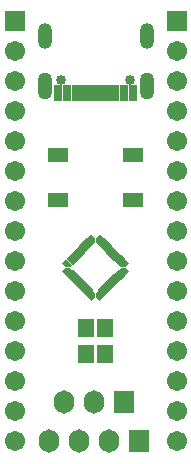
<source format=gts>
G04*
G04 #@! TF.GenerationSoftware,Altium Limited,Altium Designer,19.0.4 (130)*
G04*
G04 Layer_Color=8388736*
%FSLAX25Y25*%
%MOIN*%
G70*
G01*
G75*
%ADD17P,0.00557X4X180.0*%
%ADD19P,0.00557X4X270.0*%
%ADD23R,0.03162X0.05328*%
%ADD24R,0.01981X0.05328*%
G04:AMPARAMS|DCode=25|XSize=29.65mil|YSize=19.81mil|CornerRadius=0mil|HoleSize=0mil|Usage=FLASHONLY|Rotation=135.000|XOffset=0mil|YOffset=0mil|HoleType=Round|Shape=Rectangle|*
%AMROTATEDRECTD25*
4,1,4,0.01749,-0.00348,0.00348,-0.01749,-0.01749,0.00348,-0.00348,0.01749,0.01749,-0.00348,0.0*
%
%ADD25ROTATEDRECTD25*%

G04:AMPARAMS|DCode=26|XSize=29.65mil|YSize=19.81mil|CornerRadius=0mil|HoleSize=0mil|Usage=FLASHONLY|Rotation=225.000|XOffset=0mil|YOffset=0mil|HoleType=Round|Shape=Rectangle|*
%AMROTATEDRECTD26*
4,1,4,0.00348,0.01749,0.01749,0.00348,-0.00348,-0.01749,-0.01749,-0.00348,0.00348,0.01749,0.0*
%
%ADD26ROTATEDRECTD26*%

%ADD27R,0.07099X0.04737*%
%ADD28R,0.05328X0.06312*%
%ADD29C,0.06706*%
%ADD30R,0.06706X0.06706*%
%ADD31O,0.04737X0.08674*%
%ADD32O,0.04934X0.09068*%
%ADD33C,0.03359*%
%ADD34R,0.06800X0.07800*%
%ADD35O,0.06800X0.07800*%
G36*
X459365Y233108D02*
X460757Y231716D01*
X462706Y233665D01*
X462009Y234361D01*
X460617Y234361D01*
X459365Y233108D01*
D01*
D02*
G37*
G36*
X467716Y224757D02*
X469108Y223364D01*
X470361Y224617D01*
X470361Y226009D01*
X469665Y226706D01*
X467716Y224757D01*
D01*
D02*
G37*
G36*
X460757Y237284D02*
X459365Y235892D01*
X460617Y234639D01*
X462009Y234639D01*
X462706Y235335D01*
X460757Y237284D01*
D01*
D02*
G37*
G36*
X469108Y245636D02*
X467716Y244243D01*
X469665Y242294D01*
X470361Y242991D01*
X470361Y244383D01*
X469108Y245636D01*
D01*
D02*
G37*
G36*
X471892Y223364D02*
X473284Y224757D01*
X471335Y226706D01*
X470639Y226009D01*
X470639Y224617D01*
X471892Y223364D01*
D01*
D02*
G37*
G36*
X480243Y231716D02*
X481636Y233108D01*
X480383Y234361D01*
X478991Y234361D01*
X478294Y233665D01*
X480243Y231716D01*
D01*
D02*
G37*
G36*
X473284Y244243D02*
X471892Y245636D01*
X470639Y244383D01*
X470639Y242991D01*
X471335Y242294D01*
X473284Y244243D01*
D01*
D02*
G37*
G36*
X481636Y235892D02*
X480243Y237284D01*
X478294Y235335D01*
X478991Y234639D01*
X480383Y234639D01*
X481636Y235892D01*
D01*
D02*
G37*
D17*
X471613Y225035D02*
D03*
X479965Y233387D02*
D03*
X469387Y243965D02*
D03*
X461035Y235613D02*
D03*
D19*
X479965D02*
D03*
X471613Y243965D02*
D03*
X461035Y233387D02*
D03*
X469387Y225035D02*
D03*
D23*
X483091Y292736D02*
D03*
X457894D02*
D03*
X479941D02*
D03*
X461043D02*
D03*
D24*
X469508D02*
D03*
X471476D02*
D03*
X467539D02*
D03*
X465571D02*
D03*
X463602D02*
D03*
X473445D02*
D03*
X475413D02*
D03*
X477382D02*
D03*
D25*
X472936Y226496D02*
D03*
X474328Y227888D02*
D03*
X475720Y229280D02*
D03*
X477112Y230672D02*
D03*
X478504Y232064D02*
D03*
X468064Y242504D02*
D03*
X466672Y241112D02*
D03*
X465280Y239720D02*
D03*
X463888Y238328D02*
D03*
X462496Y236936D02*
D03*
D26*
X478504D02*
D03*
X477112Y238328D02*
D03*
X475720Y239720D02*
D03*
X474328Y241112D02*
D03*
X472936Y242504D02*
D03*
X462496Y232064D02*
D03*
X463888Y230672D02*
D03*
X465280Y229280D02*
D03*
X466672Y227888D02*
D03*
X468064Y226496D02*
D03*
D27*
X483098Y257020D02*
D03*
X457902D02*
D03*
X483098Y271980D02*
D03*
X457902D02*
D03*
D28*
X467350Y214331D02*
D03*
X473650Y205669D02*
D03*
X467350D02*
D03*
X473650Y214331D02*
D03*
D29*
X497500Y176500D02*
D03*
Y186500D02*
D03*
Y196500D02*
D03*
Y206500D02*
D03*
Y216500D02*
D03*
Y226500D02*
D03*
Y236500D02*
D03*
Y246500D02*
D03*
Y256500D02*
D03*
Y266500D02*
D03*
Y276500D02*
D03*
Y286500D02*
D03*
Y296500D02*
D03*
Y306500D02*
D03*
X443500Y176500D02*
D03*
Y186500D02*
D03*
Y196500D02*
D03*
Y206500D02*
D03*
Y216500D02*
D03*
Y226500D02*
D03*
Y236500D02*
D03*
Y246500D02*
D03*
Y256500D02*
D03*
Y266500D02*
D03*
Y276500D02*
D03*
Y286500D02*
D03*
Y296500D02*
D03*
Y306500D02*
D03*
D30*
X497500Y316500D02*
D03*
X443500D02*
D03*
D31*
X487500Y311457D02*
D03*
X453484D02*
D03*
D32*
X487500Y295000D02*
D03*
X453484D02*
D03*
D33*
X459114Y296969D02*
D03*
X481870D02*
D03*
D34*
X480000Y189500D02*
D03*
X485000Y176500D02*
D03*
D35*
X470000Y189500D02*
D03*
X460000D02*
D03*
X455000Y176500D02*
D03*
X465000D02*
D03*
X475000D02*
D03*
M02*

</source>
